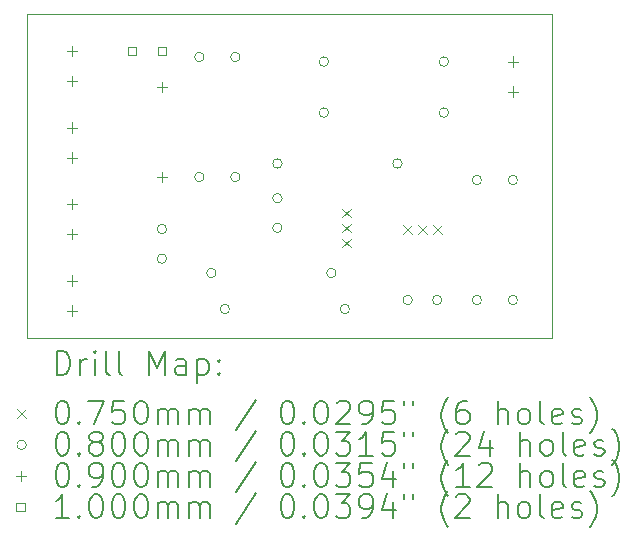
<source format=gbr>
%TF.GenerationSoftware,KiCad,Pcbnew,(6.0.9)*%
%TF.CreationDate,2023-03-23T20:52:22+01:00*%
%TF.ProjectId,EBS,4542532e-6b69-4636-9164-5f7063625858,rev?*%
%TF.SameCoordinates,Original*%
%TF.FileFunction,Drillmap*%
%TF.FilePolarity,Positive*%
%FSLAX45Y45*%
G04 Gerber Fmt 4.5, Leading zero omitted, Abs format (unit mm)*
G04 Created by KiCad (PCBNEW (6.0.9)) date 2023-03-23 20:52:22*
%MOMM*%
%LPD*%
G01*
G04 APERTURE LIST*
%ADD10C,0.100000*%
%ADD11C,0.200000*%
%ADD12C,0.075000*%
%ADD13C,0.080000*%
%ADD14C,0.090000*%
G04 APERTURE END LIST*
D10*
X10668000Y-9791700D02*
X15113000Y-9791700D01*
X15113000Y-9791700D02*
X15113000Y-7048500D01*
X15113000Y-7048500D02*
X10668000Y-7048500D01*
X10668000Y-7048500D02*
X10668000Y-9791700D01*
D11*
D12*
X13337700Y-8700100D02*
X13412700Y-8775100D01*
X13412700Y-8700100D02*
X13337700Y-8775100D01*
X13337700Y-8827100D02*
X13412700Y-8902100D01*
X13412700Y-8827100D02*
X13337700Y-8902100D01*
X13337700Y-8954100D02*
X13412700Y-9029100D01*
X13412700Y-8954100D02*
X13337700Y-9029100D01*
X13856300Y-8837700D02*
X13931300Y-8912700D01*
X13931300Y-8837700D02*
X13856300Y-8912700D01*
X13983300Y-8837700D02*
X14058300Y-8912700D01*
X14058300Y-8837700D02*
X13983300Y-8912700D01*
X14110300Y-8837700D02*
X14185300Y-8912700D01*
X14185300Y-8837700D02*
X14110300Y-8912700D01*
D13*
X11851000Y-8873362D02*
G75*
G03*
X11851000Y-8873362I-40000J0D01*
G01*
X11851000Y-9123362D02*
G75*
G03*
X11851000Y-9123362I-40000J0D01*
G01*
X12168500Y-7416800D02*
G75*
G03*
X12168500Y-7416800I-40000J0D01*
G01*
X12168500Y-8432800D02*
G75*
G03*
X12168500Y-8432800I-40000J0D01*
G01*
X12270100Y-9245600D02*
G75*
G03*
X12270100Y-9245600I-40000J0D01*
G01*
X12384400Y-9550400D02*
G75*
G03*
X12384400Y-9550400I-40000J0D01*
G01*
X12473300Y-7416800D02*
G75*
G03*
X12473300Y-7416800I-40000J0D01*
G01*
X12473300Y-8432800D02*
G75*
G03*
X12473300Y-8432800I-40000J0D01*
G01*
X12828900Y-8318500D02*
G75*
G03*
X12828900Y-8318500I-40000J0D01*
G01*
X12828900Y-8612600D02*
G75*
G03*
X12828900Y-8612600I-40000J0D01*
G01*
X12828900Y-8862600D02*
G75*
G03*
X12828900Y-8862600I-40000J0D01*
G01*
X13222600Y-7454900D02*
G75*
G03*
X13222600Y-7454900I-40000J0D01*
G01*
X13222600Y-7886700D02*
G75*
G03*
X13222600Y-7886700I-40000J0D01*
G01*
X13286100Y-9245600D02*
G75*
G03*
X13286100Y-9245600I-40000J0D01*
G01*
X13400400Y-9550400D02*
G75*
G03*
X13400400Y-9550400I-40000J0D01*
G01*
X13844900Y-8318500D02*
G75*
G03*
X13844900Y-8318500I-40000J0D01*
G01*
X13931311Y-9474200D02*
G75*
G03*
X13931311Y-9474200I-40000J0D01*
G01*
X14181311Y-9474200D02*
G75*
G03*
X14181311Y-9474200I-40000J0D01*
G01*
X14238600Y-7454900D02*
G75*
G03*
X14238600Y-7454900I-40000J0D01*
G01*
X14238600Y-7886700D02*
G75*
G03*
X14238600Y-7886700I-40000J0D01*
G01*
X14518000Y-8458200D02*
G75*
G03*
X14518000Y-8458200I-40000J0D01*
G01*
X14518000Y-9474200D02*
G75*
G03*
X14518000Y-9474200I-40000J0D01*
G01*
X14822800Y-8458200D02*
G75*
G03*
X14822800Y-8458200I-40000J0D01*
G01*
X14822800Y-9474200D02*
G75*
G03*
X14822800Y-9474200I-40000J0D01*
G01*
D14*
X11049000Y-7321000D02*
X11049000Y-7411000D01*
X11004000Y-7366000D02*
X11094000Y-7366000D01*
X11049000Y-7575000D02*
X11049000Y-7665000D01*
X11004000Y-7620000D02*
X11094000Y-7620000D01*
X11049000Y-7969200D02*
X11049000Y-8059200D01*
X11004000Y-8014200D02*
X11094000Y-8014200D01*
X11049000Y-8223200D02*
X11049000Y-8313200D01*
X11004000Y-8268200D02*
X11094000Y-8268200D01*
X11049000Y-8616900D02*
X11049000Y-8706900D01*
X11004000Y-8661900D02*
X11094000Y-8661900D01*
X11049000Y-8870900D02*
X11049000Y-8960900D01*
X11004000Y-8915900D02*
X11094000Y-8915900D01*
X11049000Y-9264100D02*
X11049000Y-9354100D01*
X11004000Y-9309100D02*
X11094000Y-9309100D01*
X11049000Y-9518100D02*
X11049000Y-9608100D01*
X11004000Y-9563100D02*
X11094000Y-9563100D01*
X11811000Y-7625800D02*
X11811000Y-7715800D01*
X11766000Y-7670800D02*
X11856000Y-7670800D01*
X11811000Y-8387800D02*
X11811000Y-8477800D01*
X11766000Y-8432800D02*
X11856000Y-8432800D01*
X14782800Y-7409900D02*
X14782800Y-7499900D01*
X14737800Y-7454900D02*
X14827800Y-7454900D01*
X14782800Y-7663900D02*
X14782800Y-7753900D01*
X14737800Y-7708900D02*
X14827800Y-7708900D01*
D10*
X11591856Y-7401356D02*
X11591856Y-7330644D01*
X11521144Y-7330644D01*
X11521144Y-7401356D01*
X11591856Y-7401356D01*
X11845856Y-7401356D02*
X11845856Y-7330644D01*
X11775144Y-7330644D01*
X11775144Y-7401356D01*
X11845856Y-7401356D01*
D11*
X10920619Y-10107176D02*
X10920619Y-9907176D01*
X10968238Y-9907176D01*
X10996810Y-9916700D01*
X11015857Y-9935748D01*
X11025381Y-9954795D01*
X11034905Y-9992890D01*
X11034905Y-10021462D01*
X11025381Y-10059557D01*
X11015857Y-10078605D01*
X10996810Y-10097652D01*
X10968238Y-10107176D01*
X10920619Y-10107176D01*
X11120619Y-10107176D02*
X11120619Y-9973843D01*
X11120619Y-10011938D02*
X11130143Y-9992890D01*
X11139667Y-9983367D01*
X11158714Y-9973843D01*
X11177762Y-9973843D01*
X11244428Y-10107176D02*
X11244428Y-9973843D01*
X11244428Y-9907176D02*
X11234905Y-9916700D01*
X11244428Y-9926224D01*
X11253952Y-9916700D01*
X11244428Y-9907176D01*
X11244428Y-9926224D01*
X11368238Y-10107176D02*
X11349190Y-10097652D01*
X11339667Y-10078605D01*
X11339667Y-9907176D01*
X11473000Y-10107176D02*
X11453952Y-10097652D01*
X11444428Y-10078605D01*
X11444428Y-9907176D01*
X11701571Y-10107176D02*
X11701571Y-9907176D01*
X11768238Y-10050033D01*
X11834905Y-9907176D01*
X11834905Y-10107176D01*
X12015857Y-10107176D02*
X12015857Y-10002414D01*
X12006333Y-9983367D01*
X11987286Y-9973843D01*
X11949190Y-9973843D01*
X11930143Y-9983367D01*
X12015857Y-10097652D02*
X11996809Y-10107176D01*
X11949190Y-10107176D01*
X11930143Y-10097652D01*
X11920619Y-10078605D01*
X11920619Y-10059557D01*
X11930143Y-10040510D01*
X11949190Y-10030986D01*
X11996809Y-10030986D01*
X12015857Y-10021462D01*
X12111095Y-9973843D02*
X12111095Y-10173843D01*
X12111095Y-9983367D02*
X12130143Y-9973843D01*
X12168238Y-9973843D01*
X12187286Y-9983367D01*
X12196809Y-9992890D01*
X12206333Y-10011938D01*
X12206333Y-10069081D01*
X12196809Y-10088129D01*
X12187286Y-10097652D01*
X12168238Y-10107176D01*
X12130143Y-10107176D01*
X12111095Y-10097652D01*
X12292048Y-10088129D02*
X12301571Y-10097652D01*
X12292048Y-10107176D01*
X12282524Y-10097652D01*
X12292048Y-10088129D01*
X12292048Y-10107176D01*
X12292048Y-9983367D02*
X12301571Y-9992890D01*
X12292048Y-10002414D01*
X12282524Y-9992890D01*
X12292048Y-9983367D01*
X12292048Y-10002414D01*
D12*
X10588000Y-10399200D02*
X10663000Y-10474200D01*
X10663000Y-10399200D02*
X10588000Y-10474200D01*
D11*
X10958714Y-10327176D02*
X10977762Y-10327176D01*
X10996810Y-10336700D01*
X11006333Y-10346224D01*
X11015857Y-10365271D01*
X11025381Y-10403367D01*
X11025381Y-10450986D01*
X11015857Y-10489081D01*
X11006333Y-10508129D01*
X10996810Y-10517652D01*
X10977762Y-10527176D01*
X10958714Y-10527176D01*
X10939667Y-10517652D01*
X10930143Y-10508129D01*
X10920619Y-10489081D01*
X10911095Y-10450986D01*
X10911095Y-10403367D01*
X10920619Y-10365271D01*
X10930143Y-10346224D01*
X10939667Y-10336700D01*
X10958714Y-10327176D01*
X11111095Y-10508129D02*
X11120619Y-10517652D01*
X11111095Y-10527176D01*
X11101571Y-10517652D01*
X11111095Y-10508129D01*
X11111095Y-10527176D01*
X11187286Y-10327176D02*
X11320619Y-10327176D01*
X11234905Y-10527176D01*
X11492048Y-10327176D02*
X11396809Y-10327176D01*
X11387286Y-10422414D01*
X11396809Y-10412890D01*
X11415857Y-10403367D01*
X11463476Y-10403367D01*
X11482524Y-10412890D01*
X11492048Y-10422414D01*
X11501571Y-10441462D01*
X11501571Y-10489081D01*
X11492048Y-10508129D01*
X11482524Y-10517652D01*
X11463476Y-10527176D01*
X11415857Y-10527176D01*
X11396809Y-10517652D01*
X11387286Y-10508129D01*
X11625381Y-10327176D02*
X11644428Y-10327176D01*
X11663476Y-10336700D01*
X11673000Y-10346224D01*
X11682524Y-10365271D01*
X11692048Y-10403367D01*
X11692048Y-10450986D01*
X11682524Y-10489081D01*
X11673000Y-10508129D01*
X11663476Y-10517652D01*
X11644428Y-10527176D01*
X11625381Y-10527176D01*
X11606333Y-10517652D01*
X11596809Y-10508129D01*
X11587286Y-10489081D01*
X11577762Y-10450986D01*
X11577762Y-10403367D01*
X11587286Y-10365271D01*
X11596809Y-10346224D01*
X11606333Y-10336700D01*
X11625381Y-10327176D01*
X11777762Y-10527176D02*
X11777762Y-10393843D01*
X11777762Y-10412890D02*
X11787286Y-10403367D01*
X11806333Y-10393843D01*
X11834905Y-10393843D01*
X11853952Y-10403367D01*
X11863476Y-10422414D01*
X11863476Y-10527176D01*
X11863476Y-10422414D02*
X11873000Y-10403367D01*
X11892048Y-10393843D01*
X11920619Y-10393843D01*
X11939667Y-10403367D01*
X11949190Y-10422414D01*
X11949190Y-10527176D01*
X12044428Y-10527176D02*
X12044428Y-10393843D01*
X12044428Y-10412890D02*
X12053952Y-10403367D01*
X12073000Y-10393843D01*
X12101571Y-10393843D01*
X12120619Y-10403367D01*
X12130143Y-10422414D01*
X12130143Y-10527176D01*
X12130143Y-10422414D02*
X12139667Y-10403367D01*
X12158714Y-10393843D01*
X12187286Y-10393843D01*
X12206333Y-10403367D01*
X12215857Y-10422414D01*
X12215857Y-10527176D01*
X12606333Y-10317652D02*
X12434905Y-10574795D01*
X12863476Y-10327176D02*
X12882524Y-10327176D01*
X12901571Y-10336700D01*
X12911095Y-10346224D01*
X12920619Y-10365271D01*
X12930143Y-10403367D01*
X12930143Y-10450986D01*
X12920619Y-10489081D01*
X12911095Y-10508129D01*
X12901571Y-10517652D01*
X12882524Y-10527176D01*
X12863476Y-10527176D01*
X12844428Y-10517652D01*
X12834905Y-10508129D01*
X12825381Y-10489081D01*
X12815857Y-10450986D01*
X12815857Y-10403367D01*
X12825381Y-10365271D01*
X12834905Y-10346224D01*
X12844428Y-10336700D01*
X12863476Y-10327176D01*
X13015857Y-10508129D02*
X13025381Y-10517652D01*
X13015857Y-10527176D01*
X13006333Y-10517652D01*
X13015857Y-10508129D01*
X13015857Y-10527176D01*
X13149190Y-10327176D02*
X13168238Y-10327176D01*
X13187286Y-10336700D01*
X13196809Y-10346224D01*
X13206333Y-10365271D01*
X13215857Y-10403367D01*
X13215857Y-10450986D01*
X13206333Y-10489081D01*
X13196809Y-10508129D01*
X13187286Y-10517652D01*
X13168238Y-10527176D01*
X13149190Y-10527176D01*
X13130143Y-10517652D01*
X13120619Y-10508129D01*
X13111095Y-10489081D01*
X13101571Y-10450986D01*
X13101571Y-10403367D01*
X13111095Y-10365271D01*
X13120619Y-10346224D01*
X13130143Y-10336700D01*
X13149190Y-10327176D01*
X13292048Y-10346224D02*
X13301571Y-10336700D01*
X13320619Y-10327176D01*
X13368238Y-10327176D01*
X13387286Y-10336700D01*
X13396809Y-10346224D01*
X13406333Y-10365271D01*
X13406333Y-10384319D01*
X13396809Y-10412890D01*
X13282524Y-10527176D01*
X13406333Y-10527176D01*
X13501571Y-10527176D02*
X13539667Y-10527176D01*
X13558714Y-10517652D01*
X13568238Y-10508129D01*
X13587286Y-10479557D01*
X13596809Y-10441462D01*
X13596809Y-10365271D01*
X13587286Y-10346224D01*
X13577762Y-10336700D01*
X13558714Y-10327176D01*
X13520619Y-10327176D01*
X13501571Y-10336700D01*
X13492048Y-10346224D01*
X13482524Y-10365271D01*
X13482524Y-10412890D01*
X13492048Y-10431938D01*
X13501571Y-10441462D01*
X13520619Y-10450986D01*
X13558714Y-10450986D01*
X13577762Y-10441462D01*
X13587286Y-10431938D01*
X13596809Y-10412890D01*
X13777762Y-10327176D02*
X13682524Y-10327176D01*
X13673000Y-10422414D01*
X13682524Y-10412890D01*
X13701571Y-10403367D01*
X13749190Y-10403367D01*
X13768238Y-10412890D01*
X13777762Y-10422414D01*
X13787286Y-10441462D01*
X13787286Y-10489081D01*
X13777762Y-10508129D01*
X13768238Y-10517652D01*
X13749190Y-10527176D01*
X13701571Y-10527176D01*
X13682524Y-10517652D01*
X13673000Y-10508129D01*
X13863476Y-10327176D02*
X13863476Y-10365271D01*
X13939667Y-10327176D02*
X13939667Y-10365271D01*
X14234905Y-10603367D02*
X14225381Y-10593843D01*
X14206333Y-10565271D01*
X14196809Y-10546224D01*
X14187286Y-10517652D01*
X14177762Y-10470033D01*
X14177762Y-10431938D01*
X14187286Y-10384319D01*
X14196809Y-10355748D01*
X14206333Y-10336700D01*
X14225381Y-10308129D01*
X14234905Y-10298605D01*
X14396809Y-10327176D02*
X14358714Y-10327176D01*
X14339667Y-10336700D01*
X14330143Y-10346224D01*
X14311095Y-10374795D01*
X14301571Y-10412890D01*
X14301571Y-10489081D01*
X14311095Y-10508129D01*
X14320619Y-10517652D01*
X14339667Y-10527176D01*
X14377762Y-10527176D01*
X14396809Y-10517652D01*
X14406333Y-10508129D01*
X14415857Y-10489081D01*
X14415857Y-10441462D01*
X14406333Y-10422414D01*
X14396809Y-10412890D01*
X14377762Y-10403367D01*
X14339667Y-10403367D01*
X14320619Y-10412890D01*
X14311095Y-10422414D01*
X14301571Y-10441462D01*
X14653952Y-10527176D02*
X14653952Y-10327176D01*
X14739667Y-10527176D02*
X14739667Y-10422414D01*
X14730143Y-10403367D01*
X14711095Y-10393843D01*
X14682524Y-10393843D01*
X14663476Y-10403367D01*
X14653952Y-10412890D01*
X14863476Y-10527176D02*
X14844428Y-10517652D01*
X14834905Y-10508129D01*
X14825381Y-10489081D01*
X14825381Y-10431938D01*
X14834905Y-10412890D01*
X14844428Y-10403367D01*
X14863476Y-10393843D01*
X14892048Y-10393843D01*
X14911095Y-10403367D01*
X14920619Y-10412890D01*
X14930143Y-10431938D01*
X14930143Y-10489081D01*
X14920619Y-10508129D01*
X14911095Y-10517652D01*
X14892048Y-10527176D01*
X14863476Y-10527176D01*
X15044428Y-10527176D02*
X15025381Y-10517652D01*
X15015857Y-10498605D01*
X15015857Y-10327176D01*
X15196809Y-10517652D02*
X15177762Y-10527176D01*
X15139667Y-10527176D01*
X15120619Y-10517652D01*
X15111095Y-10498605D01*
X15111095Y-10422414D01*
X15120619Y-10403367D01*
X15139667Y-10393843D01*
X15177762Y-10393843D01*
X15196809Y-10403367D01*
X15206333Y-10422414D01*
X15206333Y-10441462D01*
X15111095Y-10460510D01*
X15282524Y-10517652D02*
X15301571Y-10527176D01*
X15339667Y-10527176D01*
X15358714Y-10517652D01*
X15368238Y-10498605D01*
X15368238Y-10489081D01*
X15358714Y-10470033D01*
X15339667Y-10460510D01*
X15311095Y-10460510D01*
X15292048Y-10450986D01*
X15282524Y-10431938D01*
X15282524Y-10422414D01*
X15292048Y-10403367D01*
X15311095Y-10393843D01*
X15339667Y-10393843D01*
X15358714Y-10403367D01*
X15434905Y-10603367D02*
X15444428Y-10593843D01*
X15463476Y-10565271D01*
X15473000Y-10546224D01*
X15482524Y-10517652D01*
X15492048Y-10470033D01*
X15492048Y-10431938D01*
X15482524Y-10384319D01*
X15473000Y-10355748D01*
X15463476Y-10336700D01*
X15444428Y-10308129D01*
X15434905Y-10298605D01*
D13*
X10663000Y-10700700D02*
G75*
G03*
X10663000Y-10700700I-40000J0D01*
G01*
D11*
X10958714Y-10591176D02*
X10977762Y-10591176D01*
X10996810Y-10600700D01*
X11006333Y-10610224D01*
X11015857Y-10629271D01*
X11025381Y-10667367D01*
X11025381Y-10714986D01*
X11015857Y-10753081D01*
X11006333Y-10772129D01*
X10996810Y-10781652D01*
X10977762Y-10791176D01*
X10958714Y-10791176D01*
X10939667Y-10781652D01*
X10930143Y-10772129D01*
X10920619Y-10753081D01*
X10911095Y-10714986D01*
X10911095Y-10667367D01*
X10920619Y-10629271D01*
X10930143Y-10610224D01*
X10939667Y-10600700D01*
X10958714Y-10591176D01*
X11111095Y-10772129D02*
X11120619Y-10781652D01*
X11111095Y-10791176D01*
X11101571Y-10781652D01*
X11111095Y-10772129D01*
X11111095Y-10791176D01*
X11234905Y-10676890D02*
X11215857Y-10667367D01*
X11206333Y-10657843D01*
X11196809Y-10638795D01*
X11196809Y-10629271D01*
X11206333Y-10610224D01*
X11215857Y-10600700D01*
X11234905Y-10591176D01*
X11273000Y-10591176D01*
X11292048Y-10600700D01*
X11301571Y-10610224D01*
X11311095Y-10629271D01*
X11311095Y-10638795D01*
X11301571Y-10657843D01*
X11292048Y-10667367D01*
X11273000Y-10676890D01*
X11234905Y-10676890D01*
X11215857Y-10686414D01*
X11206333Y-10695938D01*
X11196809Y-10714986D01*
X11196809Y-10753081D01*
X11206333Y-10772129D01*
X11215857Y-10781652D01*
X11234905Y-10791176D01*
X11273000Y-10791176D01*
X11292048Y-10781652D01*
X11301571Y-10772129D01*
X11311095Y-10753081D01*
X11311095Y-10714986D01*
X11301571Y-10695938D01*
X11292048Y-10686414D01*
X11273000Y-10676890D01*
X11434905Y-10591176D02*
X11453952Y-10591176D01*
X11473000Y-10600700D01*
X11482524Y-10610224D01*
X11492048Y-10629271D01*
X11501571Y-10667367D01*
X11501571Y-10714986D01*
X11492048Y-10753081D01*
X11482524Y-10772129D01*
X11473000Y-10781652D01*
X11453952Y-10791176D01*
X11434905Y-10791176D01*
X11415857Y-10781652D01*
X11406333Y-10772129D01*
X11396809Y-10753081D01*
X11387286Y-10714986D01*
X11387286Y-10667367D01*
X11396809Y-10629271D01*
X11406333Y-10610224D01*
X11415857Y-10600700D01*
X11434905Y-10591176D01*
X11625381Y-10591176D02*
X11644428Y-10591176D01*
X11663476Y-10600700D01*
X11673000Y-10610224D01*
X11682524Y-10629271D01*
X11692048Y-10667367D01*
X11692048Y-10714986D01*
X11682524Y-10753081D01*
X11673000Y-10772129D01*
X11663476Y-10781652D01*
X11644428Y-10791176D01*
X11625381Y-10791176D01*
X11606333Y-10781652D01*
X11596809Y-10772129D01*
X11587286Y-10753081D01*
X11577762Y-10714986D01*
X11577762Y-10667367D01*
X11587286Y-10629271D01*
X11596809Y-10610224D01*
X11606333Y-10600700D01*
X11625381Y-10591176D01*
X11777762Y-10791176D02*
X11777762Y-10657843D01*
X11777762Y-10676890D02*
X11787286Y-10667367D01*
X11806333Y-10657843D01*
X11834905Y-10657843D01*
X11853952Y-10667367D01*
X11863476Y-10686414D01*
X11863476Y-10791176D01*
X11863476Y-10686414D02*
X11873000Y-10667367D01*
X11892048Y-10657843D01*
X11920619Y-10657843D01*
X11939667Y-10667367D01*
X11949190Y-10686414D01*
X11949190Y-10791176D01*
X12044428Y-10791176D02*
X12044428Y-10657843D01*
X12044428Y-10676890D02*
X12053952Y-10667367D01*
X12073000Y-10657843D01*
X12101571Y-10657843D01*
X12120619Y-10667367D01*
X12130143Y-10686414D01*
X12130143Y-10791176D01*
X12130143Y-10686414D02*
X12139667Y-10667367D01*
X12158714Y-10657843D01*
X12187286Y-10657843D01*
X12206333Y-10667367D01*
X12215857Y-10686414D01*
X12215857Y-10791176D01*
X12606333Y-10581652D02*
X12434905Y-10838795D01*
X12863476Y-10591176D02*
X12882524Y-10591176D01*
X12901571Y-10600700D01*
X12911095Y-10610224D01*
X12920619Y-10629271D01*
X12930143Y-10667367D01*
X12930143Y-10714986D01*
X12920619Y-10753081D01*
X12911095Y-10772129D01*
X12901571Y-10781652D01*
X12882524Y-10791176D01*
X12863476Y-10791176D01*
X12844428Y-10781652D01*
X12834905Y-10772129D01*
X12825381Y-10753081D01*
X12815857Y-10714986D01*
X12815857Y-10667367D01*
X12825381Y-10629271D01*
X12834905Y-10610224D01*
X12844428Y-10600700D01*
X12863476Y-10591176D01*
X13015857Y-10772129D02*
X13025381Y-10781652D01*
X13015857Y-10791176D01*
X13006333Y-10781652D01*
X13015857Y-10772129D01*
X13015857Y-10791176D01*
X13149190Y-10591176D02*
X13168238Y-10591176D01*
X13187286Y-10600700D01*
X13196809Y-10610224D01*
X13206333Y-10629271D01*
X13215857Y-10667367D01*
X13215857Y-10714986D01*
X13206333Y-10753081D01*
X13196809Y-10772129D01*
X13187286Y-10781652D01*
X13168238Y-10791176D01*
X13149190Y-10791176D01*
X13130143Y-10781652D01*
X13120619Y-10772129D01*
X13111095Y-10753081D01*
X13101571Y-10714986D01*
X13101571Y-10667367D01*
X13111095Y-10629271D01*
X13120619Y-10610224D01*
X13130143Y-10600700D01*
X13149190Y-10591176D01*
X13282524Y-10591176D02*
X13406333Y-10591176D01*
X13339667Y-10667367D01*
X13368238Y-10667367D01*
X13387286Y-10676890D01*
X13396809Y-10686414D01*
X13406333Y-10705462D01*
X13406333Y-10753081D01*
X13396809Y-10772129D01*
X13387286Y-10781652D01*
X13368238Y-10791176D01*
X13311095Y-10791176D01*
X13292048Y-10781652D01*
X13282524Y-10772129D01*
X13596809Y-10791176D02*
X13482524Y-10791176D01*
X13539667Y-10791176D02*
X13539667Y-10591176D01*
X13520619Y-10619748D01*
X13501571Y-10638795D01*
X13482524Y-10648319D01*
X13777762Y-10591176D02*
X13682524Y-10591176D01*
X13673000Y-10686414D01*
X13682524Y-10676890D01*
X13701571Y-10667367D01*
X13749190Y-10667367D01*
X13768238Y-10676890D01*
X13777762Y-10686414D01*
X13787286Y-10705462D01*
X13787286Y-10753081D01*
X13777762Y-10772129D01*
X13768238Y-10781652D01*
X13749190Y-10791176D01*
X13701571Y-10791176D01*
X13682524Y-10781652D01*
X13673000Y-10772129D01*
X13863476Y-10591176D02*
X13863476Y-10629271D01*
X13939667Y-10591176D02*
X13939667Y-10629271D01*
X14234905Y-10867367D02*
X14225381Y-10857843D01*
X14206333Y-10829271D01*
X14196809Y-10810224D01*
X14187286Y-10781652D01*
X14177762Y-10734033D01*
X14177762Y-10695938D01*
X14187286Y-10648319D01*
X14196809Y-10619748D01*
X14206333Y-10600700D01*
X14225381Y-10572129D01*
X14234905Y-10562605D01*
X14301571Y-10610224D02*
X14311095Y-10600700D01*
X14330143Y-10591176D01*
X14377762Y-10591176D01*
X14396809Y-10600700D01*
X14406333Y-10610224D01*
X14415857Y-10629271D01*
X14415857Y-10648319D01*
X14406333Y-10676890D01*
X14292048Y-10791176D01*
X14415857Y-10791176D01*
X14587286Y-10657843D02*
X14587286Y-10791176D01*
X14539667Y-10581652D02*
X14492048Y-10724510D01*
X14615857Y-10724510D01*
X14844428Y-10791176D02*
X14844428Y-10591176D01*
X14930143Y-10791176D02*
X14930143Y-10686414D01*
X14920619Y-10667367D01*
X14901571Y-10657843D01*
X14873000Y-10657843D01*
X14853952Y-10667367D01*
X14844428Y-10676890D01*
X15053952Y-10791176D02*
X15034905Y-10781652D01*
X15025381Y-10772129D01*
X15015857Y-10753081D01*
X15015857Y-10695938D01*
X15025381Y-10676890D01*
X15034905Y-10667367D01*
X15053952Y-10657843D01*
X15082524Y-10657843D01*
X15101571Y-10667367D01*
X15111095Y-10676890D01*
X15120619Y-10695938D01*
X15120619Y-10753081D01*
X15111095Y-10772129D01*
X15101571Y-10781652D01*
X15082524Y-10791176D01*
X15053952Y-10791176D01*
X15234905Y-10791176D02*
X15215857Y-10781652D01*
X15206333Y-10762605D01*
X15206333Y-10591176D01*
X15387286Y-10781652D02*
X15368238Y-10791176D01*
X15330143Y-10791176D01*
X15311095Y-10781652D01*
X15301571Y-10762605D01*
X15301571Y-10686414D01*
X15311095Y-10667367D01*
X15330143Y-10657843D01*
X15368238Y-10657843D01*
X15387286Y-10667367D01*
X15396809Y-10686414D01*
X15396809Y-10705462D01*
X15301571Y-10724510D01*
X15473000Y-10781652D02*
X15492048Y-10791176D01*
X15530143Y-10791176D01*
X15549190Y-10781652D01*
X15558714Y-10762605D01*
X15558714Y-10753081D01*
X15549190Y-10734033D01*
X15530143Y-10724510D01*
X15501571Y-10724510D01*
X15482524Y-10714986D01*
X15473000Y-10695938D01*
X15473000Y-10686414D01*
X15482524Y-10667367D01*
X15501571Y-10657843D01*
X15530143Y-10657843D01*
X15549190Y-10667367D01*
X15625381Y-10867367D02*
X15634905Y-10857843D01*
X15653952Y-10829271D01*
X15663476Y-10810224D01*
X15673000Y-10781652D01*
X15682524Y-10734033D01*
X15682524Y-10695938D01*
X15673000Y-10648319D01*
X15663476Y-10619748D01*
X15653952Y-10600700D01*
X15634905Y-10572129D01*
X15625381Y-10562605D01*
D14*
X10618000Y-10919700D02*
X10618000Y-11009700D01*
X10573000Y-10964700D02*
X10663000Y-10964700D01*
D11*
X10958714Y-10855176D02*
X10977762Y-10855176D01*
X10996810Y-10864700D01*
X11006333Y-10874224D01*
X11015857Y-10893271D01*
X11025381Y-10931367D01*
X11025381Y-10978986D01*
X11015857Y-11017081D01*
X11006333Y-11036129D01*
X10996810Y-11045652D01*
X10977762Y-11055176D01*
X10958714Y-11055176D01*
X10939667Y-11045652D01*
X10930143Y-11036129D01*
X10920619Y-11017081D01*
X10911095Y-10978986D01*
X10911095Y-10931367D01*
X10920619Y-10893271D01*
X10930143Y-10874224D01*
X10939667Y-10864700D01*
X10958714Y-10855176D01*
X11111095Y-11036129D02*
X11120619Y-11045652D01*
X11111095Y-11055176D01*
X11101571Y-11045652D01*
X11111095Y-11036129D01*
X11111095Y-11055176D01*
X11215857Y-11055176D02*
X11253952Y-11055176D01*
X11273000Y-11045652D01*
X11282524Y-11036129D01*
X11301571Y-11007557D01*
X11311095Y-10969462D01*
X11311095Y-10893271D01*
X11301571Y-10874224D01*
X11292048Y-10864700D01*
X11273000Y-10855176D01*
X11234905Y-10855176D01*
X11215857Y-10864700D01*
X11206333Y-10874224D01*
X11196809Y-10893271D01*
X11196809Y-10940890D01*
X11206333Y-10959938D01*
X11215857Y-10969462D01*
X11234905Y-10978986D01*
X11273000Y-10978986D01*
X11292048Y-10969462D01*
X11301571Y-10959938D01*
X11311095Y-10940890D01*
X11434905Y-10855176D02*
X11453952Y-10855176D01*
X11473000Y-10864700D01*
X11482524Y-10874224D01*
X11492048Y-10893271D01*
X11501571Y-10931367D01*
X11501571Y-10978986D01*
X11492048Y-11017081D01*
X11482524Y-11036129D01*
X11473000Y-11045652D01*
X11453952Y-11055176D01*
X11434905Y-11055176D01*
X11415857Y-11045652D01*
X11406333Y-11036129D01*
X11396809Y-11017081D01*
X11387286Y-10978986D01*
X11387286Y-10931367D01*
X11396809Y-10893271D01*
X11406333Y-10874224D01*
X11415857Y-10864700D01*
X11434905Y-10855176D01*
X11625381Y-10855176D02*
X11644428Y-10855176D01*
X11663476Y-10864700D01*
X11673000Y-10874224D01*
X11682524Y-10893271D01*
X11692048Y-10931367D01*
X11692048Y-10978986D01*
X11682524Y-11017081D01*
X11673000Y-11036129D01*
X11663476Y-11045652D01*
X11644428Y-11055176D01*
X11625381Y-11055176D01*
X11606333Y-11045652D01*
X11596809Y-11036129D01*
X11587286Y-11017081D01*
X11577762Y-10978986D01*
X11577762Y-10931367D01*
X11587286Y-10893271D01*
X11596809Y-10874224D01*
X11606333Y-10864700D01*
X11625381Y-10855176D01*
X11777762Y-11055176D02*
X11777762Y-10921843D01*
X11777762Y-10940890D02*
X11787286Y-10931367D01*
X11806333Y-10921843D01*
X11834905Y-10921843D01*
X11853952Y-10931367D01*
X11863476Y-10950414D01*
X11863476Y-11055176D01*
X11863476Y-10950414D02*
X11873000Y-10931367D01*
X11892048Y-10921843D01*
X11920619Y-10921843D01*
X11939667Y-10931367D01*
X11949190Y-10950414D01*
X11949190Y-11055176D01*
X12044428Y-11055176D02*
X12044428Y-10921843D01*
X12044428Y-10940890D02*
X12053952Y-10931367D01*
X12073000Y-10921843D01*
X12101571Y-10921843D01*
X12120619Y-10931367D01*
X12130143Y-10950414D01*
X12130143Y-11055176D01*
X12130143Y-10950414D02*
X12139667Y-10931367D01*
X12158714Y-10921843D01*
X12187286Y-10921843D01*
X12206333Y-10931367D01*
X12215857Y-10950414D01*
X12215857Y-11055176D01*
X12606333Y-10845652D02*
X12434905Y-11102795D01*
X12863476Y-10855176D02*
X12882524Y-10855176D01*
X12901571Y-10864700D01*
X12911095Y-10874224D01*
X12920619Y-10893271D01*
X12930143Y-10931367D01*
X12930143Y-10978986D01*
X12920619Y-11017081D01*
X12911095Y-11036129D01*
X12901571Y-11045652D01*
X12882524Y-11055176D01*
X12863476Y-11055176D01*
X12844428Y-11045652D01*
X12834905Y-11036129D01*
X12825381Y-11017081D01*
X12815857Y-10978986D01*
X12815857Y-10931367D01*
X12825381Y-10893271D01*
X12834905Y-10874224D01*
X12844428Y-10864700D01*
X12863476Y-10855176D01*
X13015857Y-11036129D02*
X13025381Y-11045652D01*
X13015857Y-11055176D01*
X13006333Y-11045652D01*
X13015857Y-11036129D01*
X13015857Y-11055176D01*
X13149190Y-10855176D02*
X13168238Y-10855176D01*
X13187286Y-10864700D01*
X13196809Y-10874224D01*
X13206333Y-10893271D01*
X13215857Y-10931367D01*
X13215857Y-10978986D01*
X13206333Y-11017081D01*
X13196809Y-11036129D01*
X13187286Y-11045652D01*
X13168238Y-11055176D01*
X13149190Y-11055176D01*
X13130143Y-11045652D01*
X13120619Y-11036129D01*
X13111095Y-11017081D01*
X13101571Y-10978986D01*
X13101571Y-10931367D01*
X13111095Y-10893271D01*
X13120619Y-10874224D01*
X13130143Y-10864700D01*
X13149190Y-10855176D01*
X13282524Y-10855176D02*
X13406333Y-10855176D01*
X13339667Y-10931367D01*
X13368238Y-10931367D01*
X13387286Y-10940890D01*
X13396809Y-10950414D01*
X13406333Y-10969462D01*
X13406333Y-11017081D01*
X13396809Y-11036129D01*
X13387286Y-11045652D01*
X13368238Y-11055176D01*
X13311095Y-11055176D01*
X13292048Y-11045652D01*
X13282524Y-11036129D01*
X13587286Y-10855176D02*
X13492048Y-10855176D01*
X13482524Y-10950414D01*
X13492048Y-10940890D01*
X13511095Y-10931367D01*
X13558714Y-10931367D01*
X13577762Y-10940890D01*
X13587286Y-10950414D01*
X13596809Y-10969462D01*
X13596809Y-11017081D01*
X13587286Y-11036129D01*
X13577762Y-11045652D01*
X13558714Y-11055176D01*
X13511095Y-11055176D01*
X13492048Y-11045652D01*
X13482524Y-11036129D01*
X13768238Y-10921843D02*
X13768238Y-11055176D01*
X13720619Y-10845652D02*
X13673000Y-10988510D01*
X13796809Y-10988510D01*
X13863476Y-10855176D02*
X13863476Y-10893271D01*
X13939667Y-10855176D02*
X13939667Y-10893271D01*
X14234905Y-11131367D02*
X14225381Y-11121843D01*
X14206333Y-11093271D01*
X14196809Y-11074224D01*
X14187286Y-11045652D01*
X14177762Y-10998033D01*
X14177762Y-10959938D01*
X14187286Y-10912319D01*
X14196809Y-10883748D01*
X14206333Y-10864700D01*
X14225381Y-10836129D01*
X14234905Y-10826605D01*
X14415857Y-11055176D02*
X14301571Y-11055176D01*
X14358714Y-11055176D02*
X14358714Y-10855176D01*
X14339667Y-10883748D01*
X14320619Y-10902795D01*
X14301571Y-10912319D01*
X14492048Y-10874224D02*
X14501571Y-10864700D01*
X14520619Y-10855176D01*
X14568238Y-10855176D01*
X14587286Y-10864700D01*
X14596809Y-10874224D01*
X14606333Y-10893271D01*
X14606333Y-10912319D01*
X14596809Y-10940890D01*
X14482524Y-11055176D01*
X14606333Y-11055176D01*
X14844428Y-11055176D02*
X14844428Y-10855176D01*
X14930143Y-11055176D02*
X14930143Y-10950414D01*
X14920619Y-10931367D01*
X14901571Y-10921843D01*
X14873000Y-10921843D01*
X14853952Y-10931367D01*
X14844428Y-10940890D01*
X15053952Y-11055176D02*
X15034905Y-11045652D01*
X15025381Y-11036129D01*
X15015857Y-11017081D01*
X15015857Y-10959938D01*
X15025381Y-10940890D01*
X15034905Y-10931367D01*
X15053952Y-10921843D01*
X15082524Y-10921843D01*
X15101571Y-10931367D01*
X15111095Y-10940890D01*
X15120619Y-10959938D01*
X15120619Y-11017081D01*
X15111095Y-11036129D01*
X15101571Y-11045652D01*
X15082524Y-11055176D01*
X15053952Y-11055176D01*
X15234905Y-11055176D02*
X15215857Y-11045652D01*
X15206333Y-11026605D01*
X15206333Y-10855176D01*
X15387286Y-11045652D02*
X15368238Y-11055176D01*
X15330143Y-11055176D01*
X15311095Y-11045652D01*
X15301571Y-11026605D01*
X15301571Y-10950414D01*
X15311095Y-10931367D01*
X15330143Y-10921843D01*
X15368238Y-10921843D01*
X15387286Y-10931367D01*
X15396809Y-10950414D01*
X15396809Y-10969462D01*
X15301571Y-10988510D01*
X15473000Y-11045652D02*
X15492048Y-11055176D01*
X15530143Y-11055176D01*
X15549190Y-11045652D01*
X15558714Y-11026605D01*
X15558714Y-11017081D01*
X15549190Y-10998033D01*
X15530143Y-10988510D01*
X15501571Y-10988510D01*
X15482524Y-10978986D01*
X15473000Y-10959938D01*
X15473000Y-10950414D01*
X15482524Y-10931367D01*
X15501571Y-10921843D01*
X15530143Y-10921843D01*
X15549190Y-10931367D01*
X15625381Y-11131367D02*
X15634905Y-11121843D01*
X15653952Y-11093271D01*
X15663476Y-11074224D01*
X15673000Y-11045652D01*
X15682524Y-10998033D01*
X15682524Y-10959938D01*
X15673000Y-10912319D01*
X15663476Y-10883748D01*
X15653952Y-10864700D01*
X15634905Y-10836129D01*
X15625381Y-10826605D01*
D10*
X10648356Y-11264056D02*
X10648356Y-11193344D01*
X10577644Y-11193344D01*
X10577644Y-11264056D01*
X10648356Y-11264056D01*
D11*
X11025381Y-11319176D02*
X10911095Y-11319176D01*
X10968238Y-11319176D02*
X10968238Y-11119176D01*
X10949190Y-11147748D01*
X10930143Y-11166795D01*
X10911095Y-11176319D01*
X11111095Y-11300128D02*
X11120619Y-11309652D01*
X11111095Y-11319176D01*
X11101571Y-11309652D01*
X11111095Y-11300128D01*
X11111095Y-11319176D01*
X11244428Y-11119176D02*
X11263476Y-11119176D01*
X11282524Y-11128700D01*
X11292048Y-11138224D01*
X11301571Y-11157271D01*
X11311095Y-11195367D01*
X11311095Y-11242986D01*
X11301571Y-11281081D01*
X11292048Y-11300128D01*
X11282524Y-11309652D01*
X11263476Y-11319176D01*
X11244428Y-11319176D01*
X11225381Y-11309652D01*
X11215857Y-11300128D01*
X11206333Y-11281081D01*
X11196809Y-11242986D01*
X11196809Y-11195367D01*
X11206333Y-11157271D01*
X11215857Y-11138224D01*
X11225381Y-11128700D01*
X11244428Y-11119176D01*
X11434905Y-11119176D02*
X11453952Y-11119176D01*
X11473000Y-11128700D01*
X11482524Y-11138224D01*
X11492048Y-11157271D01*
X11501571Y-11195367D01*
X11501571Y-11242986D01*
X11492048Y-11281081D01*
X11482524Y-11300128D01*
X11473000Y-11309652D01*
X11453952Y-11319176D01*
X11434905Y-11319176D01*
X11415857Y-11309652D01*
X11406333Y-11300128D01*
X11396809Y-11281081D01*
X11387286Y-11242986D01*
X11387286Y-11195367D01*
X11396809Y-11157271D01*
X11406333Y-11138224D01*
X11415857Y-11128700D01*
X11434905Y-11119176D01*
X11625381Y-11119176D02*
X11644428Y-11119176D01*
X11663476Y-11128700D01*
X11673000Y-11138224D01*
X11682524Y-11157271D01*
X11692048Y-11195367D01*
X11692048Y-11242986D01*
X11682524Y-11281081D01*
X11673000Y-11300128D01*
X11663476Y-11309652D01*
X11644428Y-11319176D01*
X11625381Y-11319176D01*
X11606333Y-11309652D01*
X11596809Y-11300128D01*
X11587286Y-11281081D01*
X11577762Y-11242986D01*
X11577762Y-11195367D01*
X11587286Y-11157271D01*
X11596809Y-11138224D01*
X11606333Y-11128700D01*
X11625381Y-11119176D01*
X11777762Y-11319176D02*
X11777762Y-11185843D01*
X11777762Y-11204890D02*
X11787286Y-11195367D01*
X11806333Y-11185843D01*
X11834905Y-11185843D01*
X11853952Y-11195367D01*
X11863476Y-11214414D01*
X11863476Y-11319176D01*
X11863476Y-11214414D02*
X11873000Y-11195367D01*
X11892048Y-11185843D01*
X11920619Y-11185843D01*
X11939667Y-11195367D01*
X11949190Y-11214414D01*
X11949190Y-11319176D01*
X12044428Y-11319176D02*
X12044428Y-11185843D01*
X12044428Y-11204890D02*
X12053952Y-11195367D01*
X12073000Y-11185843D01*
X12101571Y-11185843D01*
X12120619Y-11195367D01*
X12130143Y-11214414D01*
X12130143Y-11319176D01*
X12130143Y-11214414D02*
X12139667Y-11195367D01*
X12158714Y-11185843D01*
X12187286Y-11185843D01*
X12206333Y-11195367D01*
X12215857Y-11214414D01*
X12215857Y-11319176D01*
X12606333Y-11109652D02*
X12434905Y-11366795D01*
X12863476Y-11119176D02*
X12882524Y-11119176D01*
X12901571Y-11128700D01*
X12911095Y-11138224D01*
X12920619Y-11157271D01*
X12930143Y-11195367D01*
X12930143Y-11242986D01*
X12920619Y-11281081D01*
X12911095Y-11300128D01*
X12901571Y-11309652D01*
X12882524Y-11319176D01*
X12863476Y-11319176D01*
X12844428Y-11309652D01*
X12834905Y-11300128D01*
X12825381Y-11281081D01*
X12815857Y-11242986D01*
X12815857Y-11195367D01*
X12825381Y-11157271D01*
X12834905Y-11138224D01*
X12844428Y-11128700D01*
X12863476Y-11119176D01*
X13015857Y-11300128D02*
X13025381Y-11309652D01*
X13015857Y-11319176D01*
X13006333Y-11309652D01*
X13015857Y-11300128D01*
X13015857Y-11319176D01*
X13149190Y-11119176D02*
X13168238Y-11119176D01*
X13187286Y-11128700D01*
X13196809Y-11138224D01*
X13206333Y-11157271D01*
X13215857Y-11195367D01*
X13215857Y-11242986D01*
X13206333Y-11281081D01*
X13196809Y-11300128D01*
X13187286Y-11309652D01*
X13168238Y-11319176D01*
X13149190Y-11319176D01*
X13130143Y-11309652D01*
X13120619Y-11300128D01*
X13111095Y-11281081D01*
X13101571Y-11242986D01*
X13101571Y-11195367D01*
X13111095Y-11157271D01*
X13120619Y-11138224D01*
X13130143Y-11128700D01*
X13149190Y-11119176D01*
X13282524Y-11119176D02*
X13406333Y-11119176D01*
X13339667Y-11195367D01*
X13368238Y-11195367D01*
X13387286Y-11204890D01*
X13396809Y-11214414D01*
X13406333Y-11233462D01*
X13406333Y-11281081D01*
X13396809Y-11300128D01*
X13387286Y-11309652D01*
X13368238Y-11319176D01*
X13311095Y-11319176D01*
X13292048Y-11309652D01*
X13282524Y-11300128D01*
X13501571Y-11319176D02*
X13539667Y-11319176D01*
X13558714Y-11309652D01*
X13568238Y-11300128D01*
X13587286Y-11271557D01*
X13596809Y-11233462D01*
X13596809Y-11157271D01*
X13587286Y-11138224D01*
X13577762Y-11128700D01*
X13558714Y-11119176D01*
X13520619Y-11119176D01*
X13501571Y-11128700D01*
X13492048Y-11138224D01*
X13482524Y-11157271D01*
X13482524Y-11204890D01*
X13492048Y-11223938D01*
X13501571Y-11233462D01*
X13520619Y-11242986D01*
X13558714Y-11242986D01*
X13577762Y-11233462D01*
X13587286Y-11223938D01*
X13596809Y-11204890D01*
X13768238Y-11185843D02*
X13768238Y-11319176D01*
X13720619Y-11109652D02*
X13673000Y-11252509D01*
X13796809Y-11252509D01*
X13863476Y-11119176D02*
X13863476Y-11157271D01*
X13939667Y-11119176D02*
X13939667Y-11157271D01*
X14234905Y-11395367D02*
X14225381Y-11385843D01*
X14206333Y-11357271D01*
X14196809Y-11338224D01*
X14187286Y-11309652D01*
X14177762Y-11262033D01*
X14177762Y-11223938D01*
X14187286Y-11176319D01*
X14196809Y-11147748D01*
X14206333Y-11128700D01*
X14225381Y-11100129D01*
X14234905Y-11090605D01*
X14301571Y-11138224D02*
X14311095Y-11128700D01*
X14330143Y-11119176D01*
X14377762Y-11119176D01*
X14396809Y-11128700D01*
X14406333Y-11138224D01*
X14415857Y-11157271D01*
X14415857Y-11176319D01*
X14406333Y-11204890D01*
X14292048Y-11319176D01*
X14415857Y-11319176D01*
X14653952Y-11319176D02*
X14653952Y-11119176D01*
X14739667Y-11319176D02*
X14739667Y-11214414D01*
X14730143Y-11195367D01*
X14711095Y-11185843D01*
X14682524Y-11185843D01*
X14663476Y-11195367D01*
X14653952Y-11204890D01*
X14863476Y-11319176D02*
X14844428Y-11309652D01*
X14834905Y-11300128D01*
X14825381Y-11281081D01*
X14825381Y-11223938D01*
X14834905Y-11204890D01*
X14844428Y-11195367D01*
X14863476Y-11185843D01*
X14892048Y-11185843D01*
X14911095Y-11195367D01*
X14920619Y-11204890D01*
X14930143Y-11223938D01*
X14930143Y-11281081D01*
X14920619Y-11300128D01*
X14911095Y-11309652D01*
X14892048Y-11319176D01*
X14863476Y-11319176D01*
X15044428Y-11319176D02*
X15025381Y-11309652D01*
X15015857Y-11290605D01*
X15015857Y-11119176D01*
X15196809Y-11309652D02*
X15177762Y-11319176D01*
X15139667Y-11319176D01*
X15120619Y-11309652D01*
X15111095Y-11290605D01*
X15111095Y-11214414D01*
X15120619Y-11195367D01*
X15139667Y-11185843D01*
X15177762Y-11185843D01*
X15196809Y-11195367D01*
X15206333Y-11214414D01*
X15206333Y-11233462D01*
X15111095Y-11252509D01*
X15282524Y-11309652D02*
X15301571Y-11319176D01*
X15339667Y-11319176D01*
X15358714Y-11309652D01*
X15368238Y-11290605D01*
X15368238Y-11281081D01*
X15358714Y-11262033D01*
X15339667Y-11252509D01*
X15311095Y-11252509D01*
X15292048Y-11242986D01*
X15282524Y-11223938D01*
X15282524Y-11214414D01*
X15292048Y-11195367D01*
X15311095Y-11185843D01*
X15339667Y-11185843D01*
X15358714Y-11195367D01*
X15434905Y-11395367D02*
X15444428Y-11385843D01*
X15463476Y-11357271D01*
X15473000Y-11338224D01*
X15482524Y-11309652D01*
X15492048Y-11262033D01*
X15492048Y-11223938D01*
X15482524Y-11176319D01*
X15473000Y-11147748D01*
X15463476Y-11128700D01*
X15444428Y-11100129D01*
X15434905Y-11090605D01*
M02*

</source>
